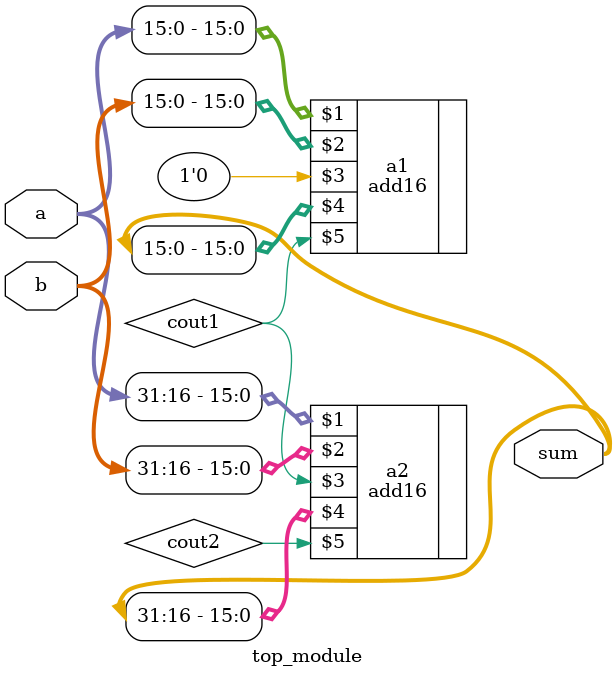
<source format=v>
module top_module(
    input [31:0] a,
    input [31:0] b,
    output [31:0] sum
);
    wire cout1,cout2;
    add16 a1(a[15:0],b[15:0],1'b0,sum[15:0],cout1);
    add16 a2(a[31:16],b[31:16],cout1,sum[31:16],cout2);
endmodule

</source>
